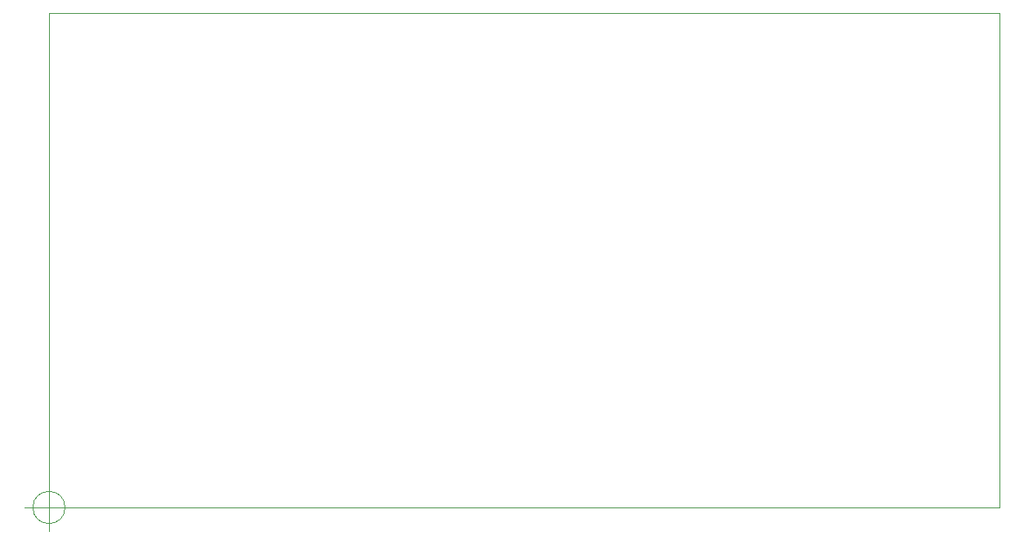
<source format=gm1>
G04 #@! TF.GenerationSoftware,KiCad,Pcbnew,(6.0.1)*
G04 #@! TF.CreationDate,2022-04-24T16:28:33-07:00*
G04 #@! TF.ProjectId,StereoPS,53746572-656f-4505-932e-6b696361645f,rev?*
G04 #@! TF.SameCoordinates,Original*
G04 #@! TF.FileFunction,Profile,NP*
%FSLAX46Y46*%
G04 Gerber Fmt 4.6, Leading zero omitted, Abs format (unit mm)*
G04 Created by KiCad (PCBNEW (6.0.1)) date 2022-04-24 16:28:33*
%MOMM*%
%LPD*%
G01*
G04 APERTURE LIST*
G04 #@! TA.AperFunction,Profile*
%ADD10C,0.100000*%
G04 #@! TD*
G04 APERTURE END LIST*
D10*
X106000000Y-74168000D02*
X204478000Y-74168000D01*
X204478000Y-74168000D02*
X204478000Y-125476000D01*
X204478000Y-125476000D02*
X106000000Y-125476000D01*
X106000000Y-125476000D02*
X106000000Y-74168000D01*
X107666666Y-125470000D02*
G75*
G03*
X107666666Y-125470000I-1666666J0D01*
G01*
X103500000Y-125470000D02*
X108500000Y-125470000D01*
X106000000Y-122970000D02*
X106000000Y-127970000D01*
M02*

</source>
